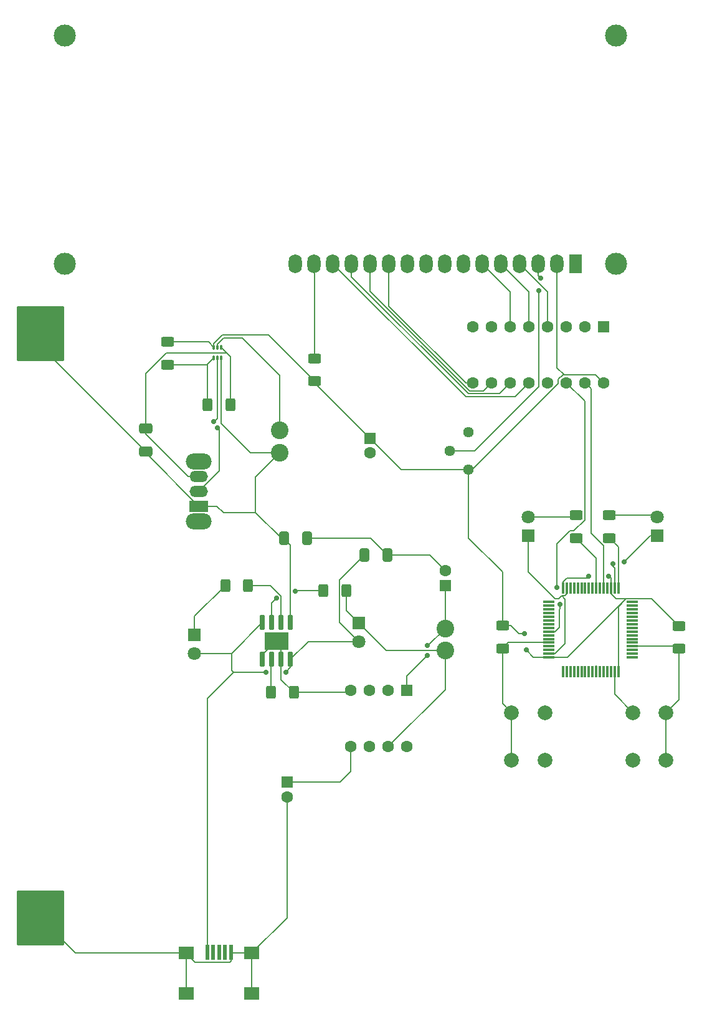
<source format=gbr>
%TF.GenerationSoftware,KiCad,Pcbnew,9.0.6*%
%TF.CreationDate,2026-01-23T11:35:00+01:00*%
%TF.ProjectId,Seminar,53656d69-6e61-4722-9e6b-696361645f70,rev?*%
%TF.SameCoordinates,Original*%
%TF.FileFunction,Copper,L1,Top*%
%TF.FilePolarity,Positive*%
%FSLAX46Y46*%
G04 Gerber Fmt 4.6, Leading zero omitted, Abs format (unit mm)*
G04 Created by KiCad (PCBNEW 9.0.6) date 2026-01-23 11:35:00*
%MOMM*%
%LPD*%
G01*
G04 APERTURE LIST*
G04 Aperture macros list*
%AMRoundRect*
0 Rectangle with rounded corners*
0 $1 Rounding radius*
0 $2 $3 $4 $5 $6 $7 $8 $9 X,Y pos of 4 corners*
0 Add a 4 corners polygon primitive as box body*
4,1,4,$2,$3,$4,$5,$6,$7,$8,$9,$2,$3,0*
0 Add four circle primitives for the rounded corners*
1,1,$1+$1,$2,$3*
1,1,$1+$1,$4,$5*
1,1,$1+$1,$6,$7*
1,1,$1+$1,$8,$9*
0 Add four rect primitives between the rounded corners*
20,1,$1+$1,$2,$3,$4,$5,0*
20,1,$1+$1,$4,$5,$6,$7,0*
20,1,$1+$1,$6,$7,$8,$9,0*
20,1,$1+$1,$8,$9,$2,$3,0*%
G04 Aperture macros list end*
%TA.AperFunction,SMDPad,CuDef*%
%ADD10RoundRect,0.250000X0.412500X0.650000X-0.412500X0.650000X-0.412500X-0.650000X0.412500X-0.650000X0*%
%TD*%
%TA.AperFunction,ComponentPad*%
%ADD11O,3.500000X2.200000*%
%TD*%
%TA.AperFunction,ComponentPad*%
%ADD12R,2.500000X1.500000*%
%TD*%
%TA.AperFunction,ComponentPad*%
%ADD13O,2.500000X1.500000*%
%TD*%
%TA.AperFunction,ComponentPad*%
%ADD14RoundRect,0.250000X-0.550000X0.550000X-0.550000X-0.550000X0.550000X-0.550000X0.550000X0.550000X0*%
%TD*%
%TA.AperFunction,ComponentPad*%
%ADD15C,1.600000*%
%TD*%
%TA.AperFunction,SMDPad,CuDef*%
%ADD16RoundRect,0.075000X0.225000X-0.910000X0.225000X0.910000X-0.225000X0.910000X-0.225000X-0.910000X0*%
%TD*%
%TA.AperFunction,SMDPad,CuDef*%
%ADD17R,3.302000X2.413000*%
%TD*%
%TA.AperFunction,SMDPad,CuDef*%
%ADD18RoundRect,0.250000X0.650000X-0.412500X0.650000X0.412500X-0.650000X0.412500X-0.650000X-0.412500X0*%
%TD*%
%TA.AperFunction,SMDPad,CuDef*%
%ADD19RoundRect,0.250003X-2.999997X3.499997X-2.999997X-3.499997X2.999997X-3.499997X2.999997X3.499997X0*%
%TD*%
%TA.AperFunction,SMDPad,CuDef*%
%ADD20RoundRect,0.250000X-0.400000X-0.625000X0.400000X-0.625000X0.400000X0.625000X-0.400000X0.625000X0*%
%TD*%
%TA.AperFunction,SMDPad,CuDef*%
%ADD21RoundRect,0.250000X0.400000X0.625000X-0.400000X0.625000X-0.400000X-0.625000X0.400000X-0.625000X0*%
%TD*%
%TA.AperFunction,SMDPad,CuDef*%
%ADD22R,0.500000X2.000000*%
%TD*%
%TA.AperFunction,SMDPad,CuDef*%
%ADD23R,2.000000X1.700000*%
%TD*%
%TA.AperFunction,SMDPad,CuDef*%
%ADD24RoundRect,0.250000X-0.625000X0.400000X-0.625000X-0.400000X0.625000X-0.400000X0.625000X0.400000X0*%
%TD*%
%TA.AperFunction,ComponentPad*%
%ADD25R,1.800000X1.800000*%
%TD*%
%TA.AperFunction,ComponentPad*%
%ADD26C,1.800000*%
%TD*%
%TA.AperFunction,ComponentPad*%
%ADD27C,2.000000*%
%TD*%
%TA.AperFunction,ComponentPad*%
%ADD28C,1.440000*%
%TD*%
%TA.AperFunction,SMDPad,CuDef*%
%ADD29RoundRect,0.250000X-0.412500X-0.650000X0.412500X-0.650000X0.412500X0.650000X-0.412500X0.650000X0*%
%TD*%
%TA.AperFunction,SMDPad,CuDef*%
%ADD30RoundRect,0.070000X0.710000X0.070000X-0.710000X0.070000X-0.710000X-0.070000X0.710000X-0.070000X0*%
%TD*%
%TA.AperFunction,SMDPad,CuDef*%
%ADD31RoundRect,0.070000X0.070000X0.710000X-0.070000X0.710000X-0.070000X-0.710000X0.070000X-0.710000X0*%
%TD*%
%TA.AperFunction,ComponentPad*%
%ADD32RoundRect,0.250000X0.550000X-0.550000X0.550000X0.550000X-0.550000X0.550000X-0.550000X-0.550000X0*%
%TD*%
%TA.AperFunction,SMDPad,CuDef*%
%ADD33RoundRect,0.250000X0.625000X-0.400000X0.625000X0.400000X-0.625000X0.400000X-0.625000X-0.400000X0*%
%TD*%
%TA.AperFunction,ComponentPad*%
%ADD34C,2.400000*%
%TD*%
%TA.AperFunction,SMDPad,CuDef*%
%ADD35RoundRect,0.075000X0.074999X0.260000X-0.074999X0.260000X-0.074999X-0.260000X0.074999X-0.260000X0*%
%TD*%
%TA.AperFunction,ComponentPad*%
%ADD36C,3.000000*%
%TD*%
%TA.AperFunction,ComponentPad*%
%ADD37R,1.800000X2.600000*%
%TD*%
%TA.AperFunction,ComponentPad*%
%ADD38O,1.800000X2.600000*%
%TD*%
%TA.AperFunction,ViaPad*%
%ADD39C,0.700000*%
%TD*%
%TA.AperFunction,Conductor*%
%ADD40C,0.200000*%
%TD*%
G04 APERTURE END LIST*
D10*
%TO.P,C5,1*%
%TO.N,GND*%
X80212500Y-90825000D03*
%TO.P,C5,2*%
%TO.N,+Vin*%
X77087500Y-90825000D03*
%TD*%
D11*
%TO.P,SW3,*%
%TO.N,*%
X65500000Y-88550000D03*
X65500000Y-80350000D03*
D12*
%TO.P,SW3,1,C*%
%TO.N,+Vin*%
X65500000Y-86450000D03*
D13*
%TO.P,SW3,2,B*%
%TO.N,Net-(SW3-B)*%
X65500000Y-84450000D03*
%TO.P,SW3,3,A*%
%TO.N,GND*%
X65500000Y-82450000D03*
%TD*%
D14*
%TO.P,C4,1*%
%TO.N,5V*%
X88750000Y-77244888D03*
D15*
%TO.P,C4,2*%
%TO.N,GND*%
X88750000Y-79244888D03*
%TD*%
D16*
%TO.P,U4,1,TEMP*%
%TO.N,GND*%
X74150000Y-107225000D03*
%TO.P,U4,2,PROG*%
%TO.N,Net-(U4-PROG)*%
X75420000Y-107225000D03*
%TO.P,U4,3,GND*%
%TO.N,GND*%
X76690000Y-107225000D03*
%TO.P,U4,4,VCC*%
%TO.N,USB 5V*%
X77960000Y-107225000D03*
%TO.P,U4,5,BAT*%
%TO.N,+Vin*%
X77960000Y-102275000D03*
%TO.P,U4,6,~{STDBY}*%
%TO.N,STDBY*%
X76690000Y-102275000D03*
%TO.P,U4,7,~{CHRG}*%
%TO.N,CHRG*%
X75420000Y-102275000D03*
%TO.P,U4,8,CE*%
%TO.N,USB 5V*%
X74150000Y-102275000D03*
D17*
%TO.P,U4,9,EP*%
%TO.N,GND*%
X76055000Y-104750000D03*
%TD*%
D18*
%TO.P,C3,1*%
%TO.N,+Vin*%
X58250000Y-79012500D03*
%TO.P,C3,2*%
%TO.N,GND*%
X58250000Y-75887500D03*
%TD*%
D19*
%TO.P,BT1,1,+*%
%TO.N,+Vin*%
X44000000Y-63010000D03*
%TO.P,BT1,2,-*%
%TO.N,GND*%
X44000000Y-142390000D03*
%TD*%
D20*
%TO.P,R7,1*%
%TO.N,Net-(D4-K)*%
X69100000Y-97225000D03*
%TO.P,R7,2*%
%TO.N,STDBY*%
X72200000Y-97225000D03*
%TD*%
D14*
%TO.P,C1,1*%
%TO.N,VD*%
X77500000Y-123950000D03*
D15*
%TO.P,C1,2*%
%TO.N,GND*%
X77500000Y-125950000D03*
%TD*%
D21*
%TO.P,R8,1*%
%TO.N,Net-(D3-K)*%
X85550000Y-97940500D03*
%TO.P,R8,2*%
%TO.N,CHRG*%
X82450000Y-97940500D03*
%TD*%
D22*
%TO.P,J1,1,VBUS*%
%TO.N,USB 5V*%
X66650000Y-147050000D03*
%TO.P,J1,2,D-*%
%TO.N,unconnected-(J1-D--Pad2)*%
X67450000Y-147050000D03*
%TO.P,J1,3,D+*%
%TO.N,unconnected-(J1-D+-Pad3)*%
X68250000Y-147050000D03*
%TO.P,J1,4,ID*%
%TO.N,unconnected-(J1-ID-Pad4)*%
X69050000Y-147050000D03*
%TO.P,J1,5,GND*%
%TO.N,GND*%
X69850000Y-147050000D03*
D23*
%TO.P,J1,6,Shield*%
X63800000Y-147150000D03*
X63800000Y-152600000D03*
X72700000Y-147150000D03*
X72700000Y-152600000D03*
%TD*%
D24*
%TO.P,R5,1*%
%TO.N,5V*%
X130769694Y-102730306D03*
%TO.P,R5,2*%
%TO.N,STOP*%
X130769694Y-105830306D03*
%TD*%
D25*
%TO.P,D1,1,K*%
%TO.N,GND*%
X110269694Y-90505306D03*
D26*
%TO.P,D1,2,A*%
%TO.N,Net-(D1-A)*%
X110269694Y-87965306D03*
%TD*%
D24*
%TO.P,R10,1*%
%TO.N,5V*%
X61250000Y-64150000D03*
%TO.P,R10,2*%
%TO.N,Net-(U3-FB)*%
X61250000Y-67250000D03*
%TD*%
%TO.P,R4,1*%
%TO.N,5V*%
X106769694Y-102680306D03*
%TO.P,R4,2*%
%TO.N,START*%
X106769694Y-105780306D03*
%TD*%
D14*
%TO.P,U3,1,FB*%
%TO.N,+5V*%
X93799500Y-111490500D03*
D15*
%TO.P,U3,2,SGND*%
%TO.N,GND*%
X91259500Y-111490500D03*
%TO.P,U3,3,~{ON}/OFF*%
X88719500Y-111490500D03*
%TO.P,U3,4,PGND*%
X86179500Y-111490500D03*
%TO.P,U3,5,VIN*%
%TO.N,VD*%
X86179500Y-119110500D03*
%TO.P,U3,6,NC*%
%TO.N,unconnected-(U3-NC-Pad6)*%
X88719500Y-119110500D03*
%TO.P,U3,7,OUT*%
%TO.N,Net-(D3-K)*%
X91259500Y-119110500D03*
%TO.P,U3,8,NC*%
%TO.N,unconnected-(U3-NC-Pad8)*%
X93799500Y-119110500D03*
%TD*%
D27*
%TO.P,SW1,1,1*%
%TO.N,START*%
X108019694Y-120980306D03*
X108019694Y-114480306D03*
%TO.P,SW1,2,2*%
%TO.N,GND*%
X112519694Y-120980306D03*
X112519694Y-114480306D03*
%TD*%
D28*
%TO.P,RV1,1,1*%
%TO.N,5V*%
X102140000Y-81490000D03*
%TO.P,RV1,2,2*%
%TO.N,Net-(DS1-VO)*%
X99600000Y-78950000D03*
%TO.P,RV1,3,3*%
%TO.N,GND*%
X102140000Y-76410000D03*
%TD*%
D20*
%TO.P,R6,1*%
%TO.N,Net-(U4-PROG)*%
X75300000Y-111725000D03*
%TO.P,R6,2*%
%TO.N,GND*%
X78400000Y-111725000D03*
%TD*%
D29*
%TO.P,C1,1*%
%TO.N,USB 5V*%
X88012500Y-93100000D03*
%TO.P,C1,2*%
%TO.N,GND*%
X91137500Y-93100000D03*
%TD*%
D30*
%TO.P,U1,1,VBAT*%
%TO.N,unconnected-(U1-VBAT-Pad1)*%
X124449694Y-106980306D03*
%TO.P,U1,2,PC13*%
%TO.N,unconnected-(U1-PC13-Pad2)*%
X124449694Y-106480306D03*
%TO.P,U1,3,PC14*%
%TO.N,unconnected-(U1-PC14-Pad3)*%
X124449694Y-105980306D03*
%TO.P,U1,4,PC15*%
%TO.N,STOP*%
X124449694Y-105480306D03*
%TO.P,U1,5,PH0*%
%TO.N,unconnected-(U1-PH0-Pad5)*%
X124449694Y-104980306D03*
%TO.P,U1,6,PH1*%
%TO.N,unconnected-(U1-PH1-Pad6)*%
X124449694Y-104480306D03*
%TO.P,U1,7,NRST*%
%TO.N,unconnected-(U1-NRST-Pad7)*%
X124449694Y-103980306D03*
%TO.P,U1,8,PC0*%
%TO.N,unconnected-(U1-PC0-Pad8)*%
X124449694Y-103480306D03*
%TO.P,U1,9,PC1*%
%TO.N,unconnected-(U1-PC1-Pad9)*%
X124449694Y-102980306D03*
%TO.P,U1,10,PC2*%
%TO.N,unconnected-(U1-PC2-Pad10)*%
X124449694Y-102480306D03*
%TO.P,U1,11,PC3*%
%TO.N,unconnected-(U1-PC3-Pad11)*%
X124449694Y-101980306D03*
%TO.P,U1,12,VSSA/VREF-*%
%TO.N,unconnected-(U1-VSSA{slash}VREF--Pad12)*%
X124449694Y-101480306D03*
%TO.P,U1,13,VDDA/VREF+*%
%TO.N,unconnected-(U1-VDDA{slash}VREF+-Pad13)*%
X124449694Y-100980306D03*
%TO.P,U1,14,PA0*%
%TO.N,unconnected-(U1-PA0-Pad14)*%
X124449694Y-100480306D03*
%TO.P,U1,15,PA1*%
%TO.N,unconnected-(U1-PA1-Pad15)*%
X124449694Y-99980306D03*
%TO.P,U1,16,PA2*%
%TO.N,unconnected-(U1-PA2-Pad16)*%
X124449694Y-99480306D03*
D31*
%TO.P,U1,17,PA3*%
%TO.N,BLUE*%
X122519694Y-97550306D03*
%TO.P,U1,18,VSS*%
%TO.N,GND*%
X122019694Y-97550306D03*
%TO.P,U1,19,VDD*%
%TO.N,5V*%
X121519694Y-97550306D03*
%TO.P,U1,20,PA4*%
%TO.N,unconnected-(U1-PA4-Pad20)*%
X121019694Y-97550306D03*
%TO.P,U1,21,PA5*%
%TO.N,SDA*%
X120519694Y-97550306D03*
%TO.P,U1,22,PA6*%
%TO.N,unconnected-(U1-PA6-Pad22)*%
X120019694Y-97550306D03*
%TO.P,U1,23,PA7*%
%TO.N,RED*%
X119519694Y-97550306D03*
%TO.P,U1,24,PC4*%
%TO.N,unconnected-(U1-PC4-Pad24)*%
X119019694Y-97550306D03*
%TO.P,U1,25,PC5*%
%TO.N,unconnected-(U1-PC5-Pad25)*%
X118519694Y-97550306D03*
%TO.P,U1,26,PB0*%
%TO.N,unconnected-(U1-PB0-Pad26)*%
X118019694Y-97550306D03*
%TO.P,U1,27,PB1*%
%TO.N,unconnected-(U1-PB1-Pad27)*%
X117519694Y-97550306D03*
%TO.P,U1,28,PB2*%
%TO.N,unconnected-(U1-PB2-Pad28)*%
X117019694Y-97550306D03*
%TO.P,U1,29,PB10*%
%TO.N,unconnected-(U1-PB10-Pad29)*%
X116519694Y-97550306D03*
%TO.P,U1,30,VCAP_1*%
%TO.N,unconnected-(U1-VCAP_1-Pad30)*%
X116019694Y-97550306D03*
%TO.P,U1,31,VSS*%
%TO.N,GND*%
X115519694Y-97550306D03*
%TO.P,U1,32,VDD*%
%TO.N,5V*%
X115019694Y-97550306D03*
D30*
%TO.P,U1,33,PB12*%
%TO.N,unconnected-(U1-PB12-Pad33)*%
X113089694Y-99480306D03*
%TO.P,U1,34,PB13*%
%TO.N,unconnected-(U1-PB13-Pad34)*%
X113089694Y-99980306D03*
%TO.P,U1,35,PB14*%
%TO.N,unconnected-(U1-PB14-Pad35)*%
X113089694Y-100480306D03*
%TO.P,U1,36,PB15*%
%TO.N,unconnected-(U1-PB15-Pad36)*%
X113089694Y-100980306D03*
%TO.P,U1,37,PC6*%
%TO.N,unconnected-(U1-PC6-Pad37)*%
X113089694Y-101480306D03*
%TO.P,U1,38,PC7*%
%TO.N,unconnected-(U1-PC7-Pad38)*%
X113089694Y-101980306D03*
%TO.P,U1,39,PC8*%
%TO.N,unconnected-(U1-PC8-Pad39)*%
X113089694Y-102480306D03*
%TO.P,U1,40,PC9*%
%TO.N,unconnected-(U1-PC9-Pad40)*%
X113089694Y-102980306D03*
%TO.P,U1,41,PA8*%
%TO.N,SCL*%
X113089694Y-103480306D03*
%TO.P,U1,42,PA9*%
%TO.N,unconnected-(U1-PA9-Pad42)*%
X113089694Y-103980306D03*
%TO.P,U1,43,PA10*%
%TO.N,unconnected-(U1-PA10-Pad43)*%
X113089694Y-104480306D03*
%TO.P,U1,44,PA11*%
%TO.N,START*%
X113089694Y-104980306D03*
%TO.P,U1,45,PA12*%
%TO.N,unconnected-(U1-PA12-Pad45)*%
X113089694Y-105480306D03*
%TO.P,U1,46,PA13*%
%TO.N,unconnected-(U1-PA13-Pad46)*%
X113089694Y-105980306D03*
%TO.P,U1,47,VSS*%
%TO.N,GND*%
X113089694Y-106480306D03*
%TO.P,U1,48,VDD*%
%TO.N,5V*%
X113089694Y-106980306D03*
D31*
%TO.P,U1,49,PA14*%
%TO.N,unconnected-(U1-PA14-Pad49)*%
X115019694Y-108910306D03*
%TO.P,U1,50,PA15*%
%TO.N,unconnected-(U1-PA15-Pad50)*%
X115519694Y-108910306D03*
%TO.P,U1,51,PC10*%
%TO.N,unconnected-(U1-PC10-Pad51)*%
X116019694Y-108910306D03*
%TO.P,U1,52,PC11*%
%TO.N,unconnected-(U1-PC11-Pad52)*%
X116519694Y-108910306D03*
%TO.P,U1,53,PC12*%
%TO.N,unconnected-(U1-PC12-Pad53)*%
X117019694Y-108910306D03*
%TO.P,U1,54,PD2*%
%TO.N,unconnected-(U1-PD2-Pad54)*%
X117519694Y-108910306D03*
%TO.P,U1,55,PB3*%
%TO.N,unconnected-(U1-PB3-Pad55)*%
X118019694Y-108910306D03*
%TO.P,U1,56,PB4*%
%TO.N,unconnected-(U1-PB4-Pad56)*%
X118519694Y-108910306D03*
%TO.P,U1,57,PB5*%
%TO.N,unconnected-(U1-PB5-Pad57)*%
X119019694Y-108910306D03*
%TO.P,U1,58,PB6*%
%TO.N,unconnected-(U1-PB6-Pad58)*%
X119519694Y-108910306D03*
%TO.P,U1,59,PB7*%
%TO.N,unconnected-(U1-PB7-Pad59)*%
X120019694Y-108910306D03*
%TO.P,U1,60,BOOT0*%
%TO.N,unconnected-(U1-BOOT0-Pad60)*%
X120519694Y-108910306D03*
%TO.P,U1,61,PB8*%
%TO.N,unconnected-(U1-PB8-Pad61)*%
X121019694Y-108910306D03*
%TO.P,U1,62,PB9*%
%TO.N,unconnected-(U1-PB9-Pad62)*%
X121519694Y-108910306D03*
%TO.P,U1,63,VSS*%
%TO.N,GND*%
X122019694Y-108910306D03*
%TO.P,U1,64,VDD*%
%TO.N,5V*%
X122519694Y-108910306D03*
%TD*%
D32*
%TO.P,C2,1*%
%TO.N,+5V*%
X99000000Y-97200000D03*
D15*
%TO.P,C2,2*%
%TO.N,GND*%
X99000000Y-95200000D03*
%TD*%
D33*
%TO.P,R1,1*%
%TO.N,5V*%
X81250000Y-69500000D03*
%TO.P,R1,2*%
%TO.N,Net-(DS1-LED(+))*%
X81250000Y-66400000D03*
%TD*%
D20*
%TO.P,R9,1*%
%TO.N,Net-(U3-FB)*%
X66700000Y-72700000D03*
%TO.P,R9,2*%
%TO.N,GND*%
X69800000Y-72700000D03*
%TD*%
D25*
%TO.P,D4,1,K*%
%TO.N,Net-(D4-K)*%
X64900000Y-103935000D03*
D26*
%TO.P,D4,2,A*%
%TO.N,USB 5V*%
X64900000Y-106475000D03*
%TD*%
D14*
%TO.P,U2,1,A0*%
%TO.N,GND*%
X120540000Y-62080000D03*
D15*
%TO.P,U2,2,A1*%
X118000000Y-62080000D03*
%TO.P,U2,3,A2*%
X115460000Y-62080000D03*
%TO.P,U2,4,P0*%
%TO.N,Net-(DS1-RS)*%
X112920000Y-62080000D03*
%TO.P,U2,5,P1*%
%TO.N,Net-(DS1-R{slash}W)*%
X110380000Y-62080000D03*
%TO.P,U2,6,P2*%
%TO.N,Net-(DS1-E)*%
X107840000Y-62080000D03*
%TO.P,U2,7,P3*%
%TO.N,unconnected-(U2-P3-Pad7)*%
X105300000Y-62080000D03*
%TO.P,U2,8,GND*%
%TO.N,GND*%
X102760000Y-62080000D03*
%TO.P,U2,9,P4*%
%TO.N,Net-(DS1-D4)*%
X102760000Y-69700000D03*
%TO.P,U2,10,P5*%
%TO.N,Net-(DS1-D5)*%
X105300000Y-69700000D03*
%TO.P,U2,11,P6*%
%TO.N,Net-(DS1-D6)*%
X107840000Y-69700000D03*
%TO.P,U2,12,P7*%
%TO.N,Net-(DS1-D7)*%
X110380000Y-69700000D03*
%TO.P,U2,13,~{INT}*%
%TO.N,unconnected-(U2-~{INT}-Pad13)*%
X112920000Y-69700000D03*
%TO.P,U2,14,SCL*%
%TO.N,SCL*%
X115460000Y-69700000D03*
%TO.P,U2,15,SDA*%
%TO.N,SDA*%
X118000000Y-69700000D03*
%TO.P,U2,16,VDD*%
%TO.N,5V*%
X120540000Y-69700000D03*
%TD*%
D34*
%TO.P,L1,1,1*%
%TO.N,Net-(D3-K)*%
X98989500Y-106045500D03*
%TO.P,L1,2,2*%
%TO.N,+5V*%
X98989500Y-103045500D03*
%TD*%
D35*
%TO.P,U3,1,FB*%
%TO.N,Net-(U3-FB)*%
X67517177Y-66336001D03*
%TO.P,U3,2,EN*%
%TO.N,Net-(SW3-B)*%
X68017176Y-66336001D03*
%TO.P,U3,3,VIN*%
%TO.N,+Vin*%
X68517178Y-66336001D03*
%TO.P,U3,4,GND*%
%TO.N,GND*%
X68517178Y-64855999D03*
%TO.P,U3,5,SW*%
%TO.N,Net-(U3-SW)*%
X68017176Y-64855999D03*
%TO.P,U3,6,VOUT*%
%TO.N,5V*%
X67517177Y-64855999D03*
%TD*%
D34*
%TO.P,L1,1*%
%TO.N,+Vin*%
X76500000Y-79200000D03*
%TO.P,L1,2*%
%TO.N,Net-(U3-SW)*%
X76500000Y-76200000D03*
%TD*%
D25*
%TO.P,D3,1,K*%
%TO.N,Net-(D3-K)*%
X87239500Y-102295500D03*
D26*
%TO.P,D3,2,A*%
%TO.N,USB 5V*%
X87239500Y-104835500D03*
%TD*%
D36*
%TO.P,DS1,*%
%TO.N,*%
X122249100Y-53557500D03*
X122249100Y-22556800D03*
X47250520Y-22556800D03*
X47250000Y-53557500D03*
D37*
%TO.P,DS1,1,VSS*%
%TO.N,GND*%
X116750000Y-53557500D03*
D38*
%TO.P,DS1,2,VDD*%
%TO.N,5V*%
X114210000Y-53557500D03*
%TO.P,DS1,3,VO*%
%TO.N,Net-(DS1-VO)*%
X111670000Y-53557500D03*
%TO.P,DS1,4,RS*%
%TO.N,Net-(DS1-RS)*%
X109130000Y-53557500D03*
%TO.P,DS1,5,R/W*%
%TO.N,Net-(DS1-R{slash}W)*%
X106590000Y-53557500D03*
%TO.P,DS1,6,E*%
%TO.N,Net-(DS1-E)*%
X104050000Y-53557500D03*
%TO.P,DS1,7,D0*%
%TO.N,unconnected-(DS1-D0-Pad7)*%
X101510000Y-53557500D03*
%TO.P,DS1,8,D1*%
%TO.N,unconnected-(DS1-D1-Pad8)*%
X98970000Y-53557500D03*
%TO.P,DS1,9,D2*%
%TO.N,unconnected-(DS1-D2-Pad9)*%
X96430000Y-53557500D03*
%TO.P,DS1,10,D3*%
%TO.N,unconnected-(DS1-D3-Pad10)*%
X93890000Y-53557500D03*
%TO.P,DS1,11,D4*%
%TO.N,Net-(DS1-D4)*%
X91350000Y-53557500D03*
%TO.P,DS1,12,D5*%
%TO.N,Net-(DS1-D5)*%
X88810000Y-53557500D03*
%TO.P,DS1,13,D6*%
%TO.N,Net-(DS1-D6)*%
X86270000Y-53557500D03*
%TO.P,DS1,14,D7*%
%TO.N,Net-(DS1-D7)*%
X83730000Y-53557500D03*
%TO.P,DS1,15,LED(+)*%
%TO.N,Net-(DS1-LED(+))*%
X81190000Y-53557500D03*
%TO.P,DS1,16,LED(-)*%
%TO.N,GND*%
X78650000Y-53557500D03*
%TD*%
D33*
%TO.P,R2,1*%
%TO.N,RED*%
X116769694Y-90780306D03*
%TO.P,R2,2*%
%TO.N,Net-(D1-A)*%
X116769694Y-87680306D03*
%TD*%
D27*
%TO.P,SW2,1,1*%
%TO.N,STOP*%
X129019694Y-114480306D03*
X129019694Y-120980306D03*
%TO.P,SW2,2,2*%
%TO.N,GND*%
X124519694Y-114480306D03*
X124519694Y-120980306D03*
%TD*%
D33*
%TO.P,R3,1*%
%TO.N,BLUE*%
X121269694Y-90780306D03*
%TO.P,R3,2*%
%TO.N,Net-(D2-A)*%
X121269694Y-87680306D03*
%TD*%
D25*
%TO.P,D2,1,K*%
%TO.N,GND*%
X127769694Y-90505306D03*
D26*
%TO.P,D2,2,A*%
%TO.N,Net-(D2-A)*%
X127769694Y-87965306D03*
%TD*%
D39*
%TO.N,GND*%
X123309847Y-94059847D03*
X121750000Y-94250000D03*
%TO.N,5V*%
X109750000Y-103750000D03*
X110000000Y-106000000D03*
X121169694Y-96000000D03*
X118500000Y-96000000D03*
%TO.N,Net-(DS1-VO)*%
X111750000Y-57200000D03*
X111985435Y-55493695D03*
%TO.N,SCL*%
X114610694Y-99750000D03*
X114150000Y-97500000D03*
%TO.N,+5V*%
X96575000Y-105395500D03*
X96575000Y-106695500D03*
%TO.N,Net-(SW3-B)*%
X67500000Y-75000000D03*
X68000000Y-75817178D03*
%TO.N,USB 5V*%
X74650000Y-108975000D03*
X77340000Y-108975000D03*
%TO.N,CHRG*%
X76040000Y-98975000D03*
X78610000Y-97975000D03*
%TD*%
D40*
%TO.N,GND*%
X115261694Y-99085057D02*
X114807943Y-98631306D01*
X115261694Y-105114918D02*
X115261694Y-99085057D01*
X113896306Y-106480306D02*
X115261694Y-105114918D01*
X113089694Y-106480306D02*
X113896306Y-106480306D01*
%TO.N,5V*%
X110980306Y-106980306D02*
X113089694Y-106980306D01*
X110000000Y-106000000D02*
X110980306Y-106980306D01*
X109000000Y-103750000D02*
X107930306Y-102680306D01*
X107930306Y-102680306D02*
X106769694Y-102680306D01*
X109750000Y-103750000D02*
X109000000Y-103750000D01*
%TO.N,GND*%
X123309847Y-94059847D02*
X126864388Y-90505306D01*
X126864388Y-90505306D02*
X127769694Y-90505306D01*
X122019694Y-94850000D02*
X122019694Y-97550306D01*
X121750000Y-94580306D02*
X122019694Y-94850000D01*
X121750000Y-94250000D02*
X121750000Y-94580306D01*
%TO.N,5V*%
X115513388Y-96250000D02*
X115019694Y-96743694D01*
X118250000Y-96250000D02*
X115513388Y-96250000D01*
X118500000Y-96000000D02*
X118250000Y-96250000D01*
X115019694Y-96743694D02*
X115019694Y-97550306D01*
X121500000Y-96630306D02*
X121519694Y-96650000D01*
X121519694Y-96650000D02*
X121519694Y-97550306D01*
X121500000Y-96250000D02*
X121500000Y-96630306D01*
X121250000Y-96000000D02*
X121500000Y-96250000D01*
X121169694Y-96000000D02*
X121250000Y-96000000D01*
%TO.N,SCL*%
X113896306Y-103480306D02*
X113089694Y-103480306D01*
X114500000Y-100500000D02*
X114500000Y-102876612D01*
X114610694Y-100389306D02*
X114500000Y-100500000D01*
X114610694Y-99750000D02*
X114610694Y-100389306D01*
X114500000Y-102876612D02*
X113896306Y-103480306D01*
X117945694Y-72185694D02*
X115460000Y-69700000D01*
X117945694Y-88315466D02*
X117945694Y-72185694D01*
X116431854Y-89829306D02*
X117945694Y-88315466D01*
X114150000Y-91588840D02*
X115909534Y-89829306D01*
X115909534Y-89829306D02*
X116431854Y-89829306D01*
X114150000Y-97500000D02*
X114150000Y-91588840D01*
%TO.N,Net-(SW3-B)*%
X67534356Y-75000000D02*
X68017176Y-74517180D01*
X68017176Y-74517180D02*
X68017176Y-66336001D01*
X67500000Y-75000000D02*
X67534356Y-75000000D01*
X68250000Y-81700000D02*
X65500000Y-84450000D01*
X68000000Y-75817178D02*
X68250000Y-76067178D01*
X68250000Y-76067178D02*
X68250000Y-81700000D01*
%TO.N,GND*%
X77500000Y-142350000D02*
X72700000Y-147150000D01*
X77500000Y-125950000D02*
X77500000Y-142350000D01*
%TO.N,USB 5V*%
X66650000Y-147050000D02*
X66650000Y-112525000D01*
X66650000Y-112525000D02*
X70200000Y-108975000D01*
%TO.N,GND*%
X69850000Y-148250000D02*
X69850000Y-147050000D01*
X69749000Y-148351000D02*
X69850000Y-148250000D01*
X65001000Y-148351000D02*
X69749000Y-148351000D01*
X63800000Y-147150000D02*
X65001000Y-148351000D01*
X69950000Y-147150000D02*
X69850000Y-147050000D01*
X72700000Y-147150000D02*
X69950000Y-147150000D01*
X72700000Y-147150000D02*
X72700000Y-152600000D01*
X63800000Y-152600000D02*
X63800000Y-147150000D01*
X63800000Y-147150000D02*
X48760000Y-147150000D01*
X48760000Y-147150000D02*
X44000000Y-142390000D01*
X91137500Y-93100000D02*
X96900000Y-93100000D01*
X113901057Y-99040306D02*
X114398943Y-99040306D01*
X115245306Y-98631306D02*
X115519694Y-98356918D01*
X76690000Y-110015000D02*
X76690000Y-107225000D01*
X76690000Y-107225000D02*
X76690000Y-105385000D01*
X74150000Y-106655000D02*
X74150000Y-107225000D01*
X76055000Y-104750000D02*
X74150000Y-106655000D01*
X69800000Y-66138821D02*
X69800000Y-72700000D01*
X114398943Y-99040306D02*
X114807943Y-98631306D01*
X58250000Y-68438840D02*
X61044430Y-65644410D01*
X78241000Y-53966500D02*
X78650000Y-53557500D01*
X122019694Y-111980306D02*
X124519694Y-114480306D01*
X68517178Y-64855999D02*
X69305590Y-65644410D01*
X88862500Y-90825000D02*
X80212500Y-90825000D01*
X58250000Y-75887500D02*
X58250000Y-68438840D01*
X78400000Y-111725000D02*
X76690000Y-110015000D01*
X110269694Y-90505306D02*
X110269694Y-95408943D01*
X110269694Y-95408943D02*
X113901057Y-99040306D01*
X58250000Y-76650000D02*
X58250000Y-75887500D01*
X64050000Y-82450000D02*
X58250000Y-76650000D01*
X85945000Y-111725000D02*
X86179500Y-111490500D01*
X65500000Y-82450000D02*
X64050000Y-82450000D01*
X114807943Y-98631306D02*
X115245306Y-98631306D01*
X115519694Y-98356918D02*
X115519694Y-97550306D01*
X96900000Y-93100000D02*
X99000000Y-95200000D01*
X68517178Y-64855999D02*
X68595001Y-64855999D01*
X76690000Y-105385000D02*
X76055000Y-104750000D01*
X69305590Y-65644410D02*
X69800000Y-66138821D01*
X78400000Y-111725000D02*
X85945000Y-111725000D01*
X61044430Y-65644410D02*
X69305590Y-65644410D01*
X122019694Y-108910306D02*
X122019694Y-111980306D01*
X91137500Y-93100000D02*
X88862500Y-90825000D01*
%TO.N,Net-(D1-A)*%
X116484694Y-87965306D02*
X116769694Y-87680306D01*
X110269694Y-87965306D02*
X116484694Y-87965306D01*
%TO.N,Net-(D2-A)*%
X121269694Y-87680306D02*
X127484694Y-87680306D01*
X127484694Y-87680306D02*
X127769694Y-87965306D01*
%TO.N,Net-(DS1-LED(+))*%
X81250000Y-66400000D02*
X81250000Y-53617500D01*
X81250000Y-53617500D02*
X81190000Y-53557500D01*
%TO.N,Net-(DS1-E)*%
X107840000Y-57347500D02*
X104050000Y-53557500D01*
X107840000Y-62080000D02*
X107840000Y-57347500D01*
%TO.N,Net-(DS1-VO)*%
X111670000Y-55178260D02*
X111670000Y-53557500D01*
X111985435Y-55493695D02*
X111670000Y-55178260D01*
X111750000Y-70225050D02*
X111750000Y-57200000D01*
X103025050Y-78950000D02*
X111750000Y-70225050D01*
X99600000Y-78950000D02*
X103025050Y-78950000D01*
%TO.N,Net-(DS1-RS)*%
X112920000Y-62080000D02*
X112920000Y-57347500D01*
X112920000Y-57347500D02*
X109130000Y-53557500D01*
%TO.N,Net-(DS1-D7)*%
X83730000Y-53557500D02*
X101775500Y-71603000D01*
X101775500Y-71603000D02*
X108537000Y-71603000D01*
X108537000Y-71603000D02*
X110380000Y-69760000D01*
X110380000Y-69760000D02*
X110380000Y-69700000D01*
%TO.N,Net-(DS1-D5)*%
X88810000Y-53557500D02*
X88810000Y-57307050D01*
X102303950Y-70801000D02*
X104199000Y-70801000D01*
X104199000Y-70801000D02*
X105300000Y-69700000D01*
X88810000Y-57307050D02*
X102303950Y-70801000D01*
%TO.N,Net-(DS1-R{slash}W)*%
X110380000Y-57347500D02*
X106590000Y-53557500D01*
X110380000Y-62080000D02*
X110380000Y-57347500D01*
%TO.N,Net-(DS1-D4)*%
X101770050Y-69700000D02*
X102760000Y-69700000D01*
X91350000Y-53557500D02*
X91350000Y-59279950D01*
X91350000Y-59279950D02*
X101770050Y-69700000D01*
%TO.N,Net-(DS1-D6)*%
X86270000Y-55334150D02*
X102137850Y-71202000D01*
X106338000Y-71202000D02*
X107840000Y-69700000D01*
X86270000Y-53557500D02*
X86270000Y-55334150D01*
X102137850Y-71202000D02*
X106338000Y-71202000D01*
%TO.N,RED*%
X119519694Y-93530306D02*
X119519694Y-97550306D01*
X116769694Y-90780306D02*
X119519694Y-93530306D01*
%TO.N,BLUE*%
X122519694Y-92030306D02*
X122519694Y-97550306D01*
X121269694Y-90780306D02*
X122519694Y-92030306D01*
%TO.N,START*%
X108019694Y-120980306D02*
X108019694Y-114480306D01*
X106769694Y-113230306D02*
X106769694Y-105780306D01*
X108019694Y-114480306D02*
X106769694Y-113230306D01*
X107569694Y-104980306D02*
X113089694Y-104980306D01*
X106769694Y-105780306D02*
X107569694Y-104980306D01*
%TO.N,STOP*%
X129019694Y-114480306D02*
X130769694Y-112730306D01*
X130769694Y-112730306D02*
X130769694Y-105830306D01*
X124449694Y-105480306D02*
X130419694Y-105480306D01*
X129019694Y-114480306D02*
X129019694Y-120980306D01*
X130419694Y-105480306D02*
X130769694Y-105830306D01*
%TO.N,SDA*%
X120519694Y-97550306D02*
X120519694Y-91841466D01*
X120519694Y-91841466D02*
X118799999Y-90121771D01*
X118799999Y-90121771D02*
X118799999Y-70499999D01*
X118799999Y-70499999D02*
X118000000Y-69700000D01*
%TO.N,unconnected-(U1-PB6-Pad58)*%
X119519694Y-108910306D02*
X119519694Y-108103694D01*
%TO.N,+5V*%
X99000000Y-103035000D02*
X98989500Y-103045500D01*
X96575000Y-106695500D02*
X96575000Y-106725000D01*
X96575000Y-106725000D02*
X93799500Y-109500500D01*
X99000000Y-97200000D02*
X99000000Y-103035000D01*
X98989500Y-103045500D02*
X96639500Y-105395500D01*
X96639500Y-105395500D02*
X96575000Y-105395500D01*
X93799500Y-109500500D02*
X93799500Y-111490500D01*
%TO.N,VD*%
X84742000Y-123942000D02*
X86179500Y-122504500D01*
X86179500Y-122504500D02*
X86179500Y-119110500D01*
X84742000Y-123942000D02*
X84734000Y-123950000D01*
X84734000Y-123950000D02*
X77500000Y-123950000D01*
%TO.N,Net-(D3-K)*%
X98989500Y-111380500D02*
X98989500Y-106045500D01*
X91259500Y-119110500D02*
X98989500Y-111380500D01*
X85550000Y-97940500D02*
X85550000Y-100606000D01*
X98989500Y-106045500D02*
X90989500Y-106045500D01*
X85550000Y-100606000D02*
X87239500Y-102295500D01*
X90989500Y-106045500D02*
X87239500Y-102295500D01*
%TO.N,+Vin*%
X68517178Y-66336001D02*
X68517178Y-75217178D01*
X58250000Y-79012500D02*
X44000000Y-64762500D01*
X77960000Y-91697500D02*
X77087500Y-90825000D01*
X76500000Y-79200000D02*
X76500000Y-80259000D01*
X58250000Y-79012500D02*
X58250000Y-79200000D01*
X44000000Y-64762500D02*
X44000000Y-63010000D01*
X77960000Y-102275000D02*
X77960000Y-91697500D01*
X68835500Y-87344500D02*
X73232000Y-87344500D01*
X73232000Y-87344500D02*
X76712500Y-90825000D01*
X65500000Y-86450000D02*
X67941000Y-86450000D01*
X58250000Y-79200000D02*
X65500000Y-86450000D01*
X76712500Y-90825000D02*
X77087500Y-90825000D01*
X73232000Y-82468000D02*
X76500000Y-79200000D01*
X68517178Y-75217178D02*
X72500000Y-79200000D01*
X73232000Y-87344500D02*
X73232000Y-82468000D01*
X72500000Y-79200000D02*
X76500000Y-79200000D01*
X67941000Y-86450000D02*
X68835500Y-87344500D01*
X76500000Y-79200000D02*
X72604840Y-79200000D01*
%TO.N,5V*%
X115643082Y-106980306D02*
X113089694Y-106980306D01*
X123584082Y-99039306D02*
X123750000Y-99039306D01*
X102140000Y-90768612D02*
X106769694Y-95398306D01*
X123584082Y-99039306D02*
X115643082Y-106980306D01*
X74950000Y-63200000D02*
X68737252Y-63200000D01*
X106769694Y-95398306D02*
X106769694Y-102680306D01*
X114210000Y-53557500D02*
X114210000Y-67659000D01*
X92995112Y-81490000D02*
X102140000Y-81490000D01*
X114359000Y-69818050D02*
X102687050Y-81490000D01*
X127078694Y-99039306D02*
X130769694Y-102730306D01*
X114359000Y-69243950D02*
X114359000Y-69818050D01*
X120540000Y-69700000D02*
X119439000Y-68599000D01*
X115150000Y-68599000D02*
X115003950Y-68599000D01*
X122519694Y-108910306D02*
X122519694Y-100103694D01*
X66811178Y-64150000D02*
X61250000Y-64150000D01*
X115003950Y-68599000D02*
X114359000Y-69243950D01*
X81250000Y-69500000D02*
X81250000Y-69744888D01*
X81250000Y-69744888D02*
X88750000Y-77244888D01*
X67517177Y-64855999D02*
X66811178Y-64150000D01*
X122519694Y-100103694D02*
X123584082Y-99039306D01*
X81250000Y-69500000D02*
X74950000Y-63200000D01*
X121519694Y-98356918D02*
X121519694Y-97550306D01*
X67517177Y-64420075D02*
X67517177Y-64855999D01*
X122202082Y-99039306D02*
X121519694Y-98356918D01*
X88750000Y-77244888D02*
X92995112Y-81490000D01*
X123750000Y-99039306D02*
X122202082Y-99039306D01*
X123750000Y-99039306D02*
X127078694Y-99039306D01*
X102140000Y-81490000D02*
X102140000Y-90768612D01*
X102687050Y-81490000D02*
X102140000Y-81490000D01*
X68737252Y-63200000D02*
X67517177Y-64420075D01*
X114210000Y-67659000D02*
X115150000Y-68599000D01*
X119439000Y-68599000D02*
X115150000Y-68599000D01*
%TO.N,Net-(D4-K)*%
X64900000Y-103935000D02*
X64900000Y-101425000D01*
X64900000Y-101425000D02*
X69100000Y-97225000D01*
%TO.N,Net-(U3-SW)*%
X76500000Y-76200000D02*
X76500000Y-68700000D01*
X68903352Y-63601000D02*
X68017176Y-64487176D01*
X76500000Y-68700000D02*
X71401000Y-63601000D01*
X71401000Y-63601000D02*
X68903352Y-63601000D01*
X68017176Y-64487176D02*
X68017176Y-64855999D01*
%TO.N,Net-(U4-PROG)*%
X75300000Y-111725000D02*
X75300000Y-107345000D01*
X75300000Y-107345000D02*
X75420000Y-107225000D01*
%TO.N,Net-(U3-FB)*%
X66700000Y-67346822D02*
X66603178Y-67250000D01*
X67517177Y-66336001D02*
X66603178Y-67250000D01*
X66700000Y-72700000D02*
X66700000Y-67346822D01*
X66603178Y-67250000D02*
X61250000Y-67250000D01*
%TO.N,USB 5V*%
X84599000Y-96513500D02*
X84599000Y-102195000D01*
X69950000Y-106475000D02*
X64900000Y-106475000D01*
X70200000Y-108975000D02*
X69950000Y-108725000D01*
X88012500Y-93100000D02*
X84599000Y-96513500D01*
X77960000Y-108355000D02*
X77340000Y-108975000D01*
X80349500Y-104835500D02*
X87239500Y-104835500D01*
X74650000Y-108975000D02*
X70200000Y-108975000D01*
X84599000Y-102195000D02*
X87239500Y-104835500D01*
X69950000Y-108725000D02*
X69950000Y-106475000D01*
X77960000Y-107225000D02*
X80349500Y-104835500D01*
X74150000Y-102275000D02*
X69950000Y-106475000D01*
X77960000Y-107225000D02*
X77960000Y-108355000D01*
%TO.N,STDBY*%
X75210654Y-97225000D02*
X76690000Y-98704346D01*
X76690000Y-98704346D02*
X76690000Y-102275000D01*
X72200000Y-97225000D02*
X75210654Y-97225000D01*
%TO.N,CHRG*%
X76040000Y-98975000D02*
X75420000Y-99595000D01*
X78644500Y-97940500D02*
X78610000Y-97975000D01*
X75420000Y-99595000D02*
X75420000Y-102275000D01*
X82450000Y-97940500D02*
X78644500Y-97940500D01*
%TD*%
M02*

</source>
